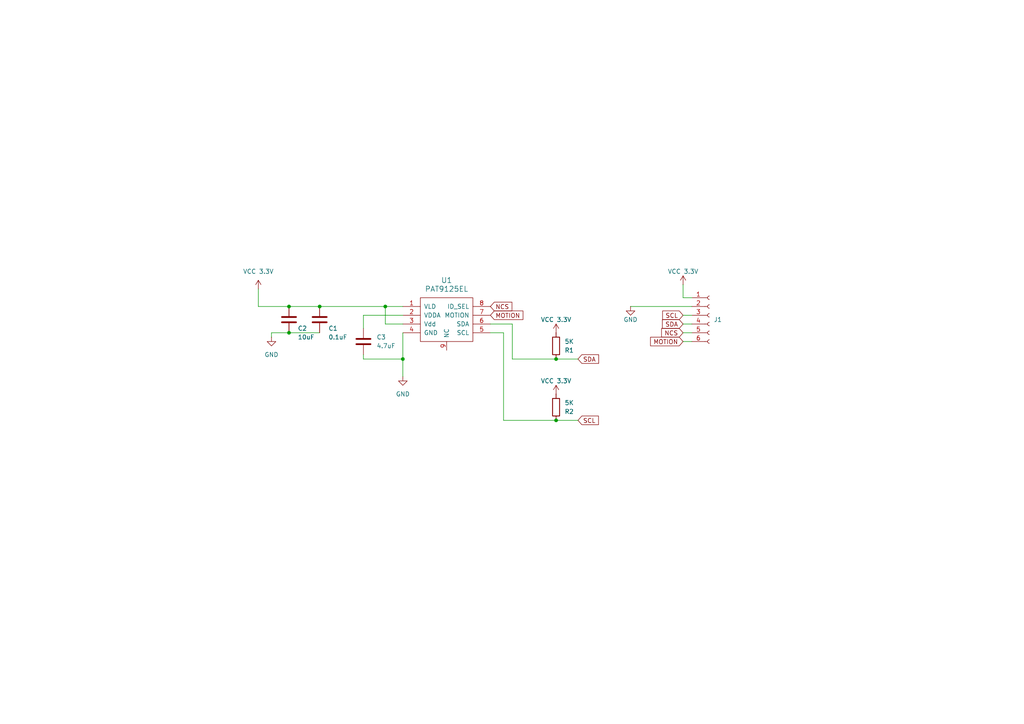
<source format=kicad_sch>
(kicad_sch (version 20231120) (generator "eeschema") (generator_version "8.0")
  (paper "A4")
  (lib_symbols
    (symbol "Connector:Conn_01x06_Socket" (pin_names (offset 1.016) hide)
      (property "Reference" "J" (at 0 7.62 0))
      (property "Value" "Conn_01x06_Socket" (at 0 -10.16 0))
      (symbol "Conn_01x06_Socket_1_1"
        (arc (start 0 -7.112) (mid -0.5058 -7.62) (end 0 -8.128) (stroke (width 0.1524)))
        (arc (start 0 -4.572) (mid -0.5058 -5.08) (end 0 -5.588) (stroke (width 0.1524)))
        (arc (start 0 -2.032) (mid -0.5058 -2.54) (end 0 -3.048) (stroke (width 0.1524)))
        (polyline (pts (xy -1.27 -7.62) (xy -0.508 -7.62)) (stroke (width 0.1524)))
        (polyline (pts (xy -1.27 -5.08) (xy -0.508 -5.08)) (stroke (width 0.1524)))
        (polyline (pts (xy -1.27 -2.54) (xy -0.508 -2.54)) (stroke (width 0.1524)))
        (polyline (pts (xy -1.27 0) (xy -0.508 0)) (stroke (width 0.1524)))
        (polyline (pts (xy -1.27 2.54) (xy -0.508 2.54)) (stroke (width 0.1524)))
        (polyline (pts (xy -1.27 5.08) (xy -0.508 5.08)) (stroke (width 0.1524)))
        (arc (start 0 0.508) (mid -0.5058 0) (end 0 -0.508) (stroke (width 0.1524)))
        (arc (start 0 3.048) (mid -0.5058 2.54) (end 0 2.032) (stroke (width 0.1524)))
        (arc (start 0 5.588) (mid -0.5058 5.08) (end 0 4.572) (stroke (width 0.1524)))
        (pin passive line (at -5.08 5.08 0) (length 3.81) (name "Pin_1") (number "1"))
        (pin passive line (at -5.08 2.54 0) (length 3.81) (name "Pin_2") (number "2"))
        (pin passive line (at -5.08 0 0) (length 3.81) (name "Pin_3") (number "3"))
        (pin passive line (at -5.08 -2.54 0) (length 3.81) (name "Pin_4") (number "4"))
        (pin passive line (at -5.08 -5.08 0) (length 3.81) (name "Pin_5") (number "5"))
        (pin passive line (at -5.08 -7.62 0) (length 3.81) (name "Pin_6") (number "6"))
      )
    )
    (symbol "Device:C" (pin_numbers hide) (pin_names (offset 0.254))
      (property "Reference" "C" (at 0.635 2.54 0))
      (property "Value" "C" (at 0.635 -2.54 0))
      (symbol "C_0_1"
        (polyline (pts (xy -2.032 -0.762) (xy 2.032 -0.762)) (stroke (width 0.508)))
        (polyline (pts (xy -2.032 0.762) (xy 2.032 0.762)) (stroke (width 0.508)))
      )
      (symbol "C_1_1"
        (pin passive line (at 0 3.81 270) (length 2.794) (name "~") (number "1"))
        (pin passive line (at 0 -3.81 90) (length 2.794) (name "~") (number "2"))
      )
    )
    (symbol "Device:R" (pin_numbers hide) (pin_names (offset 0))
      (property "Reference" "R" (at 2.032 0 90))
      (property "Value" "R" (at 0 0 90))
      (symbol "R_0_1"
        (rectangle (start -1.016 -2.54) (end 1.016 2.54) (stroke (width 0.254)))
      )
      (symbol "R_1_1"
        (pin passive line (at 0 3.81 270) (length 1.27) (name "~") (number "1"))
        (pin passive line (at 0 -3.81 90) (length 1.27) (name "~") (number "2"))
      )
    )
    (symbol "PAT9125EL:PAT9125EL" (pin_names (offset 1.016))
      (property "Reference" "U1" (at 0 11.43 0))
      (property "Value" "PAT9125EL" (at 0 8.89 0))
      (symbol "PAT9125EL_0_1"
        (rectangle (start -7.62 -6.35) (end 7.62 6.35))
      )
      (symbol "PAT9125EL_1_1"
        (pin input line (at -12.7 3.81 0) (length 5.08) (name "VLD") (number "1"))
        (pin input line (at -12.7 1.27 0) (length 5.08) (name "VDDA") (number "2"))
        (pin input line (at -12.7 -1.27 0) (length 5.08) (name "Vdd") (number "3"))
        (pin input line (at -12.7 -3.81 0) (length 5.08) (name "GND") (number "4"))
        (pin input line (at 12.7 -3.81 180) (length 5.08) (name "SCL") (number "5"))
        (pin input line (at 12.7 -1.27 180) (length 5.08) (name "SDA") (number "6"))
        (pin input line (at 12.7 1.27 180) (length 5.08) (name "MOTION") (number "7"))
        (pin input line (at 12.7 3.81 180) (length 5.08) (name "ID_SEL") (number "8"))
        (pin input line (at 0 -8.89 90) (length 2.54) (name "NC") (number "9"))
      )
    )
    (symbol "power:GND" (power) (pin_numbers hide) (pin_names (offset 0) hide)
      (property "Value" "GND" (at 0 -3.81 0))
      (symbol "GND_0_1"
        (polyline (pts (xy 0 0) (xy 0 -1.27) (xy 1.27 -1.27) (xy 0 -2.54) (xy -1.27 -1.27) (xy 0 -1.27)))
      )
      (symbol "GND_1_1"
        (pin power_in line (at 0 0 270) (length 0) (name "~") (number "1"))
      )
    )
    (symbol "power:VCC" (power) (pin_numbers hide) (pin_names (offset 0) hide)
      (property "Value" "VCC" (at 0 3.556 0))
      (symbol "VCC_0_1"
        (polyline (pts (xy -0.762 1.27) (xy 0 2.54)))
        (polyline (pts (xy 0 0) (xy 0 2.54)))
        (polyline (pts (xy 0 2.54) (xy 0.762 1.27)))
      )
      (symbol "VCC_1_1"
        (pin power_in line (at 0 0 90) (length 0) (name "~") (number "1"))
      )
    )
  )
  (junction (at 92.71 88.9))
  (junction (at 161.29 104.14))
  (junction (at 116.84 104.14))
  (junction (at 111.76 88.9))
  (junction (at 83.82 88.9))
  (junction (at 161.29 121.92))
  (junction (at 83.82 96.52))
  (wire (pts (xy 148.59 93.98) (xy 148.59 104.14)))
  (wire (pts (xy 116.84 91.44) (xy 105.41 91.44)))
  (wire (pts (xy 83.82 96.52) (xy 92.71 96.52)))
  (wire (pts (xy 105.41 104.14) (xy 105.41 102.87)))
  (wire (pts (xy 142.24 93.98) (xy 148.59 93.98)))
  (wire (pts (xy 116.84 104.14) (xy 116.84 109.22)))
  (wire (pts (xy 111.76 88.9) (xy 111.76 93.98)))
  (wire (pts (xy 92.71 88.9) (xy 111.76 88.9)))
  (wire (pts (xy 198.12 93.98) (xy 200.66 93.98)))
  (wire (pts (xy 116.84 96.52) (xy 116.84 104.14)))
  (wire (pts (xy 161.29 121.92) (xy 167.64 121.92)))
  (wire (pts (xy 146.05 96.52) (xy 142.24 96.52)))
  (wire (pts (xy 148.59 104.14) (xy 161.29 104.14)))
  (wire (pts (xy 200.66 86.36) (xy 198.12 86.36)))
  (wire (pts (xy 78.74 97.79) (xy 78.74 96.52)))
  (wire (pts (xy 74.93 83.82) (xy 74.93 88.9)))
  (wire (pts (xy 74.93 88.9) (xy 83.82 88.9)))
  (wire (pts (xy 182.88 88.9) (xy 200.66 88.9)))
  (wire (pts (xy 198.12 91.44) (xy 200.66 91.44)))
  (wire (pts (xy 198.12 99.06) (xy 200.66 99.06)))
  (wire (pts (xy 111.76 93.98) (xy 116.84 93.98)))
  (wire (pts (xy 78.74 96.52) (xy 83.82 96.52)))
  (wire (pts (xy 105.41 91.44) (xy 105.41 95.25)))
  (wire (pts (xy 146.05 121.92) (xy 161.29 121.92)))
  (wire (pts (xy 161.29 104.14) (xy 167.64 104.14)))
  (wire (pts (xy 83.82 88.9) (xy 92.71 88.9)))
  (wire (pts (xy 198.12 86.36) (xy 198.12 82.55)))
  (wire (pts (xy 198.12 96.52) (xy 200.66 96.52)))
  (wire (pts (xy 146.05 121.92) (xy 146.05 96.52)))
  (wire (pts (xy 105.41 104.14) (xy 116.84 104.14)))
  (wire (pts (xy 116.84 88.9) (xy 111.76 88.9)))
  (global_label "SCL" (shape input) (at 198.12 91.44 180) (property "Intersheetrefs" "${INTERSHEET_REFS}" (effects (hide yes))))
  (global_label "MOTION" (shape input) (at 142.24 91.44 0) (property "Intersheetrefs" "${INTERSHEET_REFS}" (effects (hide yes))))
  (global_label "NCS" (shape input) (at 198.12 96.52 180) (property "Intersheetrefs" "${INTERSHEET_REFS}" (effects (hide yes))))
  (global_label "SDA" (shape input) (at 198.12 93.98 180) (property "Intersheetrefs" "${INTERSHEET_REFS}" (effects (hide yes))))
  (global_label "NCS" (shape input) (at 142.24 88.9 0) (property "Intersheetrefs" "${INTERSHEET_REFS}" (effects (hide yes))))
  (global_label "MOTION" (shape input) (at 198.12 99.06 180) (property "Intersheetrefs" "${INTERSHEET_REFS}" (effects (hide yes))))
  (global_label "SCL" (shape input) (at 167.64 121.92 0) (property "Intersheetrefs" "${INTERSHEET_REFS}" (effects (hide yes))))
  (global_label "SDA" (shape input) (at 167.64 104.14 0) (property "Intersheetrefs" "${INTERSHEET_REFS}" (effects (hide yes))))
  (symbol (lib_id "Device:R") (at 161.29 118.11 0) (unit 1)
    (property "Reference" "R2" (at 165.1 119.38 0))
    (property "Value" "5K" (at 165.1 116.84 0))
    (property "Footprint" "Resistor_SMD:R_0402_1005Metric" (effects (hide yes)))
    (property "Description" "Resistor" (effects (hide yes)))
  )
  (symbol (lib_id "power:VCC") (at 74.93 83.82 0) (unit 1)
    (property "Reference" "#PWR04" (effects (hide yes)))
    (property "Value" "VCC 3.3V" (at 74.93 78.74 0))
    (property "Description" "Power symbol creates a global label with name \"VCC\"" (effects (hide yes)))
  )
  (symbol (lib_id "power:VCC") (at 161.29 114.3 0) (unit 1)
    (property "Reference" "#PWR09" (effects (hide yes)))
    (property "Value" "VCC 3.3V" (at 161.29 110.49 0))
    (property "Description" "Power symbol creates a global label with name \"VCC\"" (effects (hide yes)))
  )
  (symbol (lib_id "power:GND") (at 78.74 97.79 0) (unit 1)
    (property "Reference" "#PWR08" (effects (hide yes)))
    (property "Value" "GND" (at 78.74 102.87 0))
    (property "Description" "Power symbol creates a global label with name \"GND\" , ground" (effects (hide yes)))
  )
  (symbol (lib_id "Device:C") (at 83.82 92.71 0) (unit 1)
    (property "Reference" "C2" (at 86.36 95.25 0) (effects (justify left)))
    (property "Value" "10uF" (at 86.36 97.79 0) (effects (justify left)))
    (property "Footprint" "Capacitor_SMD:C_0402_1005Metric" (effects (hide yes)))
    (property "Description" "Unpolarized capacitor" (effects (hide yes)))
  )
  (symbol (lib_id "Device:C") (at 92.71 92.71 0) (unit 1)
    (property "Reference" "C1" (at 95.25 95.25 0) (effects (justify left)))
    (property "Value" "0.1uF" (at 95.25 97.79 0) (effects (justify left)))
    (property "Footprint" "Capacitor_SMD:C_0402_1005Metric" (effects (hide yes)))
    (property "Description" "Unpolarized capacitor" (effects (hide yes)))
  )
  (symbol (lib_id "power:VCC") (at 161.29 96.52 0) (unit 1)
    (property "Reference" "#PWR01" (effects (hide yes)))
    (property "Value" "VCC 3.3V" (at 161.29 92.71 0))
    (property "Description" "Power symbol creates a global label with name \"VCC\"" (effects (hide yes)))
  )
  (symbol (lib_id "power:VCC") (at 198.12 82.55 0) (unit 1)
    (property "Reference" "#PWR07" (effects (hide yes)))
    (property "Value" "VCC 3.3V" (at 198.12 78.74 0))
    (property "Description" "Power symbol creates a global label with name \"VCC\"" (effects (hide yes)))
  )
  (symbol (lib_id "Device:C") (at 105.41 99.06 0) (unit 1)
    (property "Reference" "C3" (at 109.22 97.7899 0) (effects (justify left)))
    (property "Value" "4.7uF" (at 109.22 100.33 0) (effects (justify left)))
    (property "Footprint" "Capacitor_SMD:C_0402_1005Metric" (effects (hide yes)))
    (property "Description" "Unpolarized capacitor" (effects (hide yes)))
  )
  (symbol (lib_id "Connector:Conn_01x06_Socket") (at 205.74 91.44 0) (unit 1)
    (property "Reference" "J1" (at 207.01 92.7099 0) (effects (justify left)))
    (property "Value" "Conn_01x06_Socket" (effects (hide yes)))
    (property "Footprint" "Connector_PinHeader_1.27mm:PinHeader_1x06_P1.27mm_Vertical" (effects (hide yes)))
    (property "Description" "Generic connector, single row, 01x06, script generated" (effects (hide yes)))
  )
  (symbol (lib_id "Device:R") (at 161.29 100.33 0) (unit 1)
    (property "Reference" "R1" (at 165.1 101.6 0))
    (property "Value" "5K" (at 165.1 99.06 0))
    (property "Footprint" "Resistor_SMD:R_0402_1005Metric" (effects (hide yes)))
    (property "Description" "Resistor" (effects (hide yes)))
  )
  (symbol (lib_id "power:GND") (at 116.84 109.22 0) (unit 1)
    (property "Reference" "#PWR03" (effects (hide yes)))
    (property "Value" "GND" (at 116.84 114.3 0))
    (property "Description" "Power symbol creates a global label with name \"GND\" , ground" (effects (hide yes)))
  )
  (symbol (lib_id "PAT9125EL:PAT9125EL") (at 129.54 92.71 0) (unit 1)
    (property "Reference" "U1" (at 129.54 81.28 0) (effects (font (size 1.524 1.524))))
    (property "Value" "PAT9125EL" (at 129.54 83.82 0) (effects (font (size 1.524 1.524))))
    (property "Footprint" "PAT9125EL:PAT9125EL" (effects (hide yes)))
  )
  (symbol (lib_id "power:GND") (at 182.88 88.9 0) (unit 1)
    (property "Reference" "#PWR06" (effects (hide yes)))
    (property "Value" "GND" (at 182.88 92.71 0))
    (property "Description" "Power symbol creates a global label with name \"GND\" , ground" (effects (hide yes)))
  )
)
</source>
